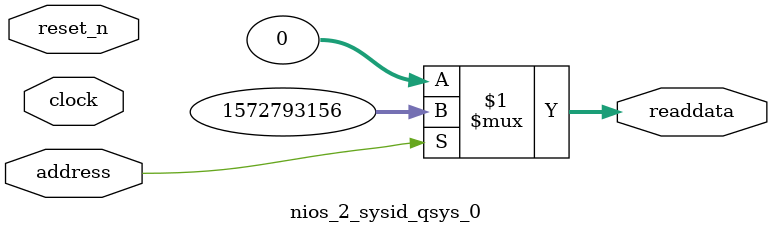
<source format=v>



// synthesis translate_off
`timescale 1ns / 1ps
// synthesis translate_on

// turn off superfluous verilog processor warnings 
// altera message_level Level1 
// altera message_off 10034 10035 10036 10037 10230 10240 10030 

module nios_2_sysid_qsys_0 (
               // inputs:
                address,
                clock,
                reset_n,

               // outputs:
                readdata
             )
;

  output  [ 31: 0] readdata;
  input            address;
  input            clock;
  input            reset_n;

  wire    [ 31: 0] readdata;
  //control_slave, which is an e_avalon_slave
  assign readdata = address ? 1572793156 : 0;

endmodule



</source>
